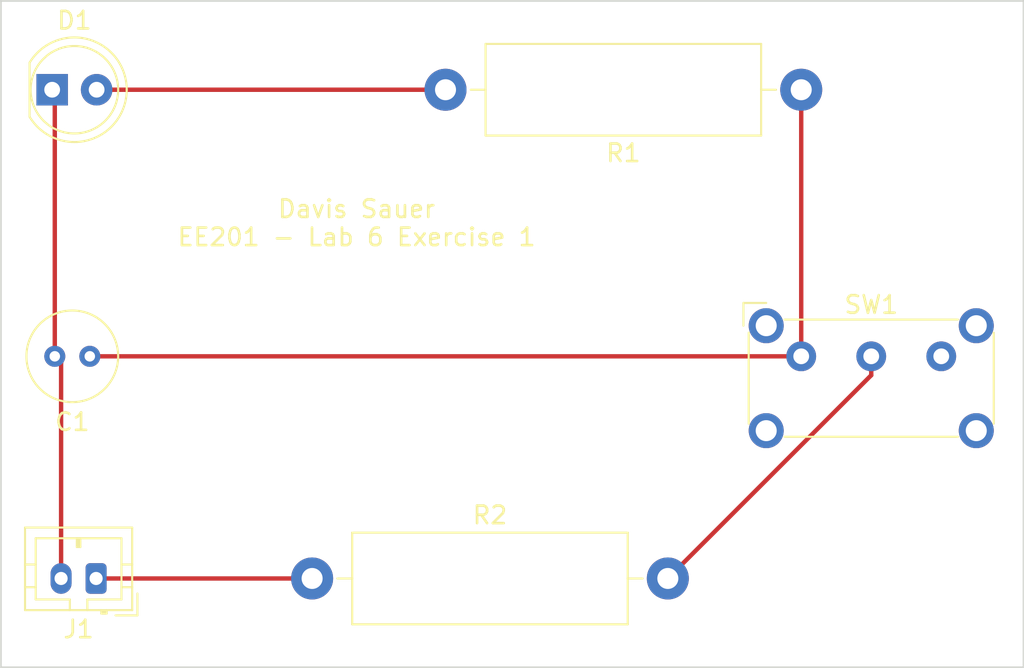
<source format=kicad_pcb>
(kicad_pcb (version 20211014) (generator pcbnew)
  (layers (0 "F.Cu" signal) (31 "B.Cu" signal) (34 "B.Paste" user) (35 "F.Paste" user) (36 "B.SilkS" user "B.Silkscreen") (37 "F.SilkS" user "F.Silkscreen") (38 "B.Mask" user) (39 "F.Mask" user) (44 "Edge.Cuts" user))
  (net 0 "")
  (net 1 "Net-(C1-Pad1)")
  (net 2 "Net-(C1-Pad2)")
  (net 3 "Net-(D1-Pad2)")
  (net 4 "Net-(J1-Pad1)")
  (net 5 "Net-(R2-Pad2)")
  (footprint "Resistor_THT:R_Axial_DIN0516_L15.5mm_D5.0mm_P20.32mm_Horizontal" (layer "F.Cu") (at 165.1 68.58 180)
    (fp_text reference "R1" (at 10.16 -3.62) (layer "F.SilkS"))
    (fp_text value "20k")
    (fp_line (start 18.88 0) (end 18.03 0) (layer "F.SilkS") (width 0.12))
    (fp_line (start 2.29 -2.62) (end 2.29 2.62) (layer "F.SilkS") (width 0.12))
    (fp_line (start 18.03 2.62) (end 18.03 -2.62) (layer "F.SilkS") (width 0.12))
    (fp_line (start 1.44 0) (end 2.29 0) (layer "F.SilkS") (width 0.12))
    (fp_line (start 2.29 2.62) (end 18.03 2.62) (layer "F.SilkS") (width 0.12))
    (fp_line (start 18.03 -2.62) (end 2.29 -2.62) (layer "F.SilkS") (width 0.12))
    (pad "1" thru_hole circle (at 0 0 180) (size 2.4 2.4) (drill 1.2) (layers *.Cu *.Mask) (net 1 "Net-(C1-Pad1)"))
    (pad "2" thru_hole oval (at 20.32 0 180) (size 2.4 2.4) (drill 1.2) (layers *.Cu *.Mask) (net 3 "Net-(D1-Pad2)"))
  )
  (footprint "LED_THT:LED_D5.0mm" (layer "F.Cu") (at 122.31 68.58)
    (fp_text reference "D1" (at 1.27 -3.96) (layer "F.SilkS"))
    (fp_text value "LED")
    (fp_line (start -1.29 -1.545) (end -1.29 1.545) (layer "F.SilkS") (width 0.12))
    (fp_arc (start 4.26 -0.000462) (mid 2.072002 2.880433) (end -1.29 1.54483) (layer "F.SilkS") (width 0.12))
    (fp_arc (start -1.29 -1.54483) (mid 2.072002 -2.880433) (end 4.26 0.000462) (layer "F.SilkS") (width 0.12))
    (fp_circle (center 1.27 0) (end 3.77 0) (layer "F.SilkS") (width 0.12) (fill none))
    (pad "1" thru_hole rect (at 0 0) (size 1.8 1.8) (drill 0.9) (layers *.Cu *.Mask) (net 2 "Net-(C1-Pad2)"))
    (pad "2" thru_hole circle (at 2.54 0) (size 1.8 1.8) (drill 0.9) (layers *.Cu *.Mask) (net 3 "Net-(D1-Pad2)"))
  )
  (footprint "Button_Switch_THT:SW_E-Switch_EG1224_SPDT_Angled" (layer "F.Cu") (at 165.1 83.82)
    (fp_text reference "SW1" (at 4 -2.95) (layer "F.SilkS"))
    (fp_text value "SW_SPDT")
    (fp_line (start -3.3 -3.05) (end -2 -3.05) (layer "F.SilkS") (width 0.12))
    (fp_line (start 11 -1.35) (end 11 3.85) (layer "F.SilkS") (width 0.12))
    (fp_line (start -3.3 -1.75) (end -3.3 -3.05) (layer "F.SilkS") (width 0.12))
    (fp_line (start 8.95 4.6) (end -0.95 4.6) (layer "F.SilkS") (width 0.12))
    (fp_line (start -3 3.85) (end -3 -1.35) (layer "F.SilkS") (width 0.12))
    (fp_line (start -0.95 -2.1) (end 8.95 -2.1) (layer "F.SilkS") (width 0.12))
    (pad "" thru_hole circle (at -2 4.25) (size 2 2) (drill 1.2) (layers *.Cu *.Mask))
    (pad "" thru_hole circle (at 10 -1.75) (size 2 2) (drill 1.2) (layers *.Cu *.Mask))
    (pad "" thru_hole circle (at -2 -1.75) (size 2 2) (drill 1.2) (layers *.Cu *.Mask))
    (pad "" thru_hole circle (at 10 4.25) (size 2 2) (drill 1.2) (layers *.Cu *.Mask))
    (pad "1" thru_hole circle (at 0 0) (size 1.7 1.7) (drill 0.9) (layers *.Cu *.Mask) (net 1 "Net-(C1-Pad1)"))
    (pad "2" thru_hole circle (at 4 0) (size 1.7 1.7) (drill 0.9) (layers *.Cu *.Mask) (net 5 "Net-(R2-Pad2)"))
    (pad "3" thru_hole circle (at 8 0) (size 1.7 1.7) (drill 0.9) (layers *.Cu *.Mask))
  )
  (footprint "Connector_JST:JST_PH_B2B-PH-K_1x02_P2.00mm_Vertical" (layer "F.Cu") (at 124.82 96.52 180)
    (fp_text reference "J1" (at 1 -2.9) (layer "F.SilkS"))
    (fp_text value "9V")
    (fp_line (start -2.06 2.91) (end 4.06 2.91) (layer "F.SilkS") (width 0.12))
    (fp_line (start -1.11 -2.11) (end -2.36 -2.11) (layer "F.SilkS") (width 0.12))
    (fp_line (start 1 2.3) (end 1 1.8) (layer "F.SilkS") (width 0.12))
    (fp_line (start -1.45 2.3) (end 3.45 2.3) (layer "F.SilkS") (width 0.12))
    (fp_line (start 3.45 2.3) (end 3.45 -1.2) (layer "F.SilkS") (width 0.12))
    (fp_line (start 1.1 1.8) (end 1.1 2.3) (layer "F.SilkS") (width 0.12))
    (fp_line (start -0.6 -2.01) (end -0.6 -1.81) (layer "F.SilkS") (width 0.12))
    (fp_line (start -0.3 -2.01) (end -0.6 -2.01) (layer "F.SilkS") (width 0.12))
    (fp_line (start 4.06 2.91) (end 4.06 -1.81) (layer "F.SilkS") (width 0.12))
    (fp_line (start 1.5 -1.2) (end 1.5 -1.81) (layer "F.SilkS") (width 0.12))
    (fp_line (start 0.9 1.8) (end 1.1 1.8) (layer "F.SilkS") (width 0.12))
    (fp_line (start 4.06 -0.5) (end 3.45 -0.5) (layer "F.SilkS") (width 0.12))
    (fp_line (start 0.5 -1.2) (end -1.45 -1.2) (layer "F.SilkS") (width 0.12))
    (fp_line (start 4.06 -1.81) (end -2.06 -1.81) (layer "F.SilkS") (width 0.12))
    (fp_line (start -1.45 -1.2) (end -1.45 2.3) (layer "F.SilkS") (width 0.12))
    (fp_line (start -0.3 -1.81) (end -0.3 -2.01) (layer "F.SilkS") (width 0.12))
    (fp_line (start 3.45 -1.2) (end 1.5 -1.2) (layer "F.SilkS") (width 0.12))
    (fp_line (start -2.06 -1.81) (end -2.06 2.91) (layer "F.SilkS") (width 0.12))
    (fp_line (start -2.06 -0.5) (end -1.45 -0.5) (layer "F.SilkS") (width 0.12))
    (fp_line (start 0.5 -1.81) (end 0.5 -1.2) (layer "F.SilkS") (width 0.12))
    (fp_line (start -2.36 -2.11) (end -2.36 -0.86) (layer "F.SilkS") (width 0.12))
    (fp_line (start -0.3 -1.91) (end -0.6 -1.91) (layer "F.SilkS") (width 0.12))
    (fp_line (start 4.06 0.8) (end 3.45 0.8) (layer "F.SilkS") (width 0.12))
    (fp_line (start 0.9 2.3) (end 0.9 1.8) (layer "F.SilkS") (width 0.12))
    (fp_line (start -2.06 0.8) (end -1.45 0.8) (layer "F.SilkS") (width 0.12))
    (pad "1" thru_hole roundrect (at 0 0 180) (size 1.2 1.75) (drill 0.75) (layers *.Cu *.Mask) (roundrect_rratio 0.208333) (net 4 "Net-(J1-Pad1)"))
    (pad "2" thru_hole oval (at 2 0 180) (size 1.2 1.75) (drill 0.75) (layers *.Cu *.Mask) (net 2 "Net-(C1-Pad2)"))
  )
  (footprint "Capacitor_THT:C_Radial_D5.0mm_H5.0mm_P2.00mm" (layer "F.Cu") (at 124.46 83.82 180)
    (fp_text reference "C1" (at 1 -3.75) (layer "F.SilkS"))
    (fp_text value "4.7uF")
    (fp_circle (center 1 0) (end 3.62 0) (layer "F.SilkS") (width 0.12) (fill none))
    (pad "1" thru_hole circle (at 0 0 180) (size 1.2 1.2) (drill 0.6) (layers *.Cu *.Mask) (net 1 "Net-(C1-Pad1)"))
    (pad "2" thru_hole circle (at 2 0 180) (size 1.2 1.2) (drill 0.6) (layers *.Cu *.Mask) (net 2 "Net-(C1-Pad2)"))
  )
  (footprint "Resistor_THT:R_Axial_DIN0516_L15.5mm_D5.0mm_P20.32mm_Horizontal" (layer "F.Cu") (at 137.16 96.52)
    (fp_text reference "R2" (at 10.16 -3.62) (layer "F.SilkS"))
    (fp_text value "2.2k")
    (fp_line (start 18.03 -2.62) (end 2.29 -2.62) (layer "F.SilkS") (width 0.12))
    (fp_line (start 2.29 2.62) (end 18.03 2.62) (layer "F.SilkS") (width 0.12))
    (fp_line (start 18.88 0) (end 18.03 0) (layer "F.SilkS") (width 0.12))
    (fp_line (start 2.29 -2.62) (end 2.29 2.62) (layer "F.SilkS") (width 0.12))
    (fp_line (start 1.44 0) (end 2.29 0) (layer "F.SilkS") (width 0.12))
    (fp_line (start 18.03 2.62) (end 18.03 -2.62) (layer "F.SilkS") (width 0.12))
    (pad "1" thru_hole circle (at 0 0) (size 2.4 2.4) (drill 1.2) (layers *.Cu *.Mask) (net 4 "Net-(J1-Pad1)"))
    (pad "2" thru_hole oval (at 20.32 0) (size 2.4 2.4) (drill 1.2) (layers *.Cu *.Mask) (net 5 "Net-(R2-Pad2)"))
  )
  (gr_rect (start 119.38 101.6) (end 177.8 63.5) (layer "Edge.Cuts") (width 0.1) (fill none))
  (gr_text "Davis Sauer\nEE201 - Lab 6 Exercise 1" (at 139.7 76.2) (layer "F.SilkS") (effects (font (size 1 1))))
  (segment (start 165.1 83.82) (end 124.46 83.82) (width 0.25) (layer "F.Cu") (net 1))
  (segment (start 165.1 68.58) (end 165.1 83.82) (width 0.25) (layer "F.Cu") (net 1))
  (segment (start 122.46 83.82) (end 122.46 68.73) (width 0.25) (layer "F.Cu") (net 2))
  (segment (start 122.82 96.52) (end 122.82 84.18) (width 0.25) (layer "F.Cu") (net 2))
  (segment (start 122.46 68.73) (end 122.31 68.58) (width 0.25) (layer "F.Cu") (net 2))
  (segment (start 122.82 84.18) (end 122.46 83.82) (width 0.25) (layer "F.Cu") (net 2))
  (segment (start 124.85 68.58) (end 144.78 68.58) (width 0.25) (layer "F.Cu") (net 3))
  (segment (start 137.16 96.52) (end 124.82 96.52) (width 0.25) (layer "F.Cu") (net 4))
  (segment (start 169.1 84.9) (end 169.1 83.82) (width 0.25) (layer "F.Cu") (net 5))
  (segment (start 157.48 96.52) (end 169.1 84.9) (width 0.25) (layer "F.Cu") (net 5))
)
</source>
